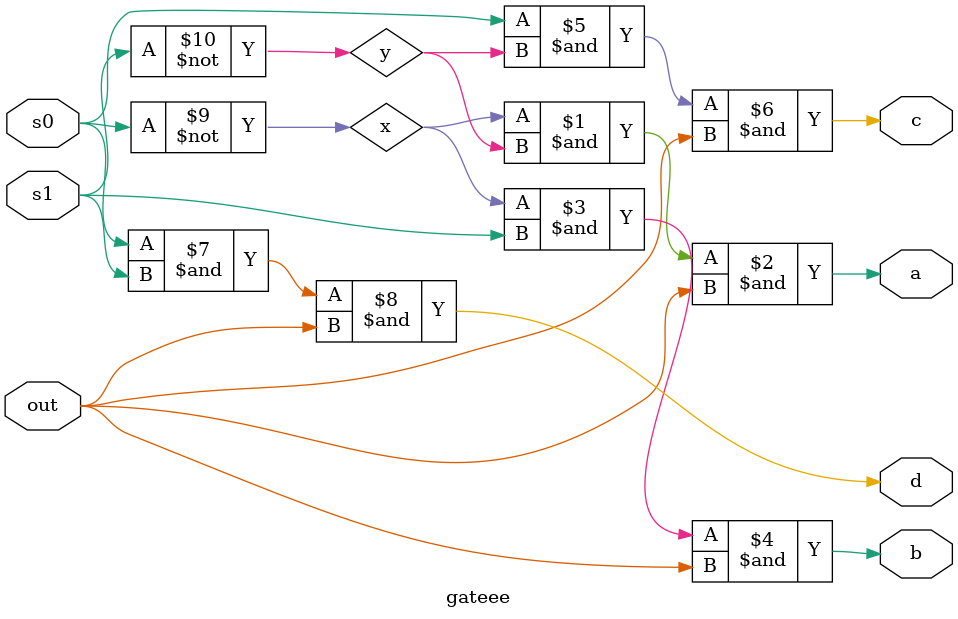
<source format=v>
`timescale 1ns / 1ps


module gateee(
    input out,
    input s0,
    input s1,
    output a,
    output b,
    output c,
    output d
    );
    wire x,y;
    not(x,s0);
    not(y,s1);
    and(a,x,y,out);
    and(b,x,s1,out);
    and(c,s0,y,out);
    and(d,s0,s1,out);
endmodule

</source>
